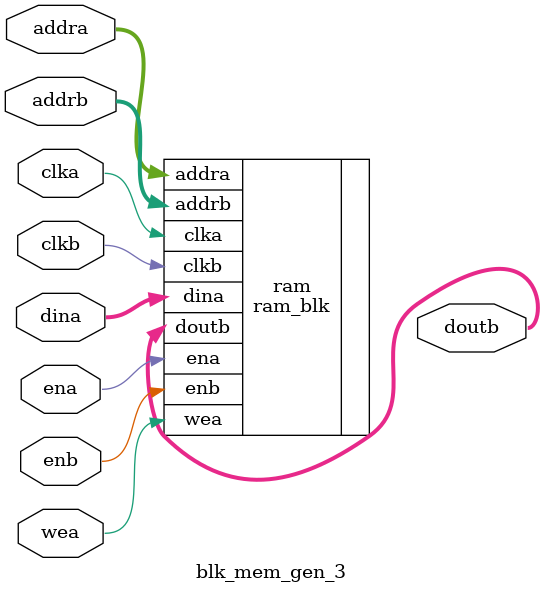
<source format=v>
`timescale 1ns / 1ps

module blk_mem_gen_3 #(
    parameter ADDR_BITS = 5,
    parameter DATA_BITS = 193
)
(
    input [(ADDR_BITS - 1):0] addra,
    input clka,
    input [(DATA_BITS - 1):0] dina,
    input ena,
    input wea,

    input [(ADDR_BITS - 1):0] addrb,
    input clkb,
    output [(DATA_BITS - 1):0] doutb,
    input enb
);

    ram_blk #(
        .ADDR_BITS(ADDR_BITS),
        .DATA_BITS(DATA_BITS)
    ) ram (
        .addra(addra),
        .clka(clka),
        .dina(dina),
        .ena(ena),
        .wea(wea),
        .addrb(addrb),
        .clkb(clkb),
        .doutb(doutb),
        .enb(enb)
    );
endmodule

</source>
